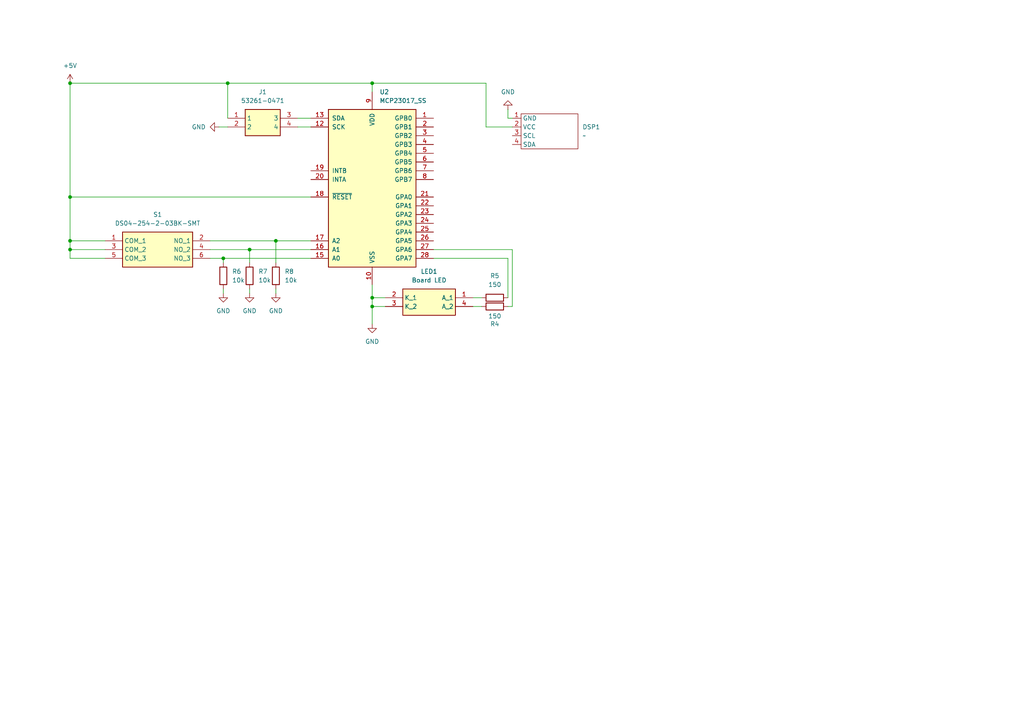
<source format=kicad_sch>
(kicad_sch (version 20250114) (generator "eeschema") (generator_version "9.0")
  (paper "A4")
  (lib_symbols
    (symbol "Device:R" (pin_numbers (hide yes)) (pin_names (offset 0))
      (property "Reference" "R" (at 2.032 0 90))
      (property "Value" "R" (at 0 0 90))
      (symbol "R_0_1"
        (rectangle (start -1.016 -2.54) (end 1.016 2.54) (stroke (width 0.254)))
      )
      (symbol "R_1_1"
        (pin passive line (at 0 3.81 270) (length 1.27) (name "~") (number "1"))
        (pin passive line (at 0 -3.81 90) (length 1.27) (name "~") (number "2"))
      )
    )
    (symbol "GND_1" (power) (pin_numbers (hide yes)) (pin_names (offset 0) (hide yes))
      (property "Value" "GND" (at 0 -3.81 0))
      (symbol "GND_1_0_1"
        (polyline (pts (xy 0 0) (xy 0 -1.27) (xy 1.27 -1.27) (xy 0 -2.54) (xy -1.27 -1.27) (xy 0 -1.27)))
      )
      (symbol "GND_1_1_1"
        (pin power_in line (at 0 0 270) (length 0) (name "~") (number "1"))
      )
    )
    (symbol "Interface_Expansion:MCP23017_SS" (pin_names (offset 1.016))
      (property "Reference" "U" (at -11.43 24.13 0))
      (property "Value" "MCP23017_SS" (at 0 0 0))
      (symbol "MCP23017_SS_0_1"
        (rectangle (start -12.7 22.86) (end 12.7 -22.86) (stroke (width 0.254)) (fill (type background)))
      )
      (symbol "MCP23017_SS_1_1"
        (pin bidirectional line (at -17.78 20.32 0) (length 5.08) (name "SDA") (number "13"))
        (pin input line (at -17.78 17.78 0) (length 5.08) (name "SCK") (number "12"))
        (pin tri_state line (at -17.78 5.08 0) (length 5.08) (name "INTB") (number "19"))
        (pin tri_state line (at -17.78 2.54 0) (length 5.08) (name "INTA") (number "20"))
        (pin input line (at -17.78 -2.54 0) (length 5.08) (name "~{RESET}") (number "18"))
        (pin input line (at -17.78 -15.24 0) (length 5.08) (name "A2") (number "17"))
        (pin input line (at -17.78 -17.78 0) (length 5.08) (name "A1") (number "16"))
        (pin input line (at -17.78 -20.32 0) (length 5.08) (name "A0") (number "15"))
        (pin no_connect line (at -12.7 15.24 0) (length 5.08) (hide yes) (name "NC") (number "11"))
        (pin no_connect line (at -12.7 12.7 0) (length 5.08) (hide yes) (name "NC") (number "14"))
        (pin power_in line (at 0 27.94 270) (length 5.08) (name "VDD") (number "9"))
        (pin power_in line (at 0 -27.94 90) (length 5.08) (name "VSS") (number "10"))
        (pin bidirectional line (at 17.78 20.32 180) (length 5.08) (name "GPB0") (number "1"))
        (pin bidirectional line (at 17.78 17.78 180) (length 5.08) (name "GPB1") (number "2"))
        (pin bidirectional line (at 17.78 15.24 180) (length 5.08) (name "GPB2") (number "3"))
        (pin bidirectional line (at 17.78 12.7 180) (length 5.08) (name "GPB3") (number "4"))
        (pin bidirectional line (at 17.78 10.16 180) (length 5.08) (name "GPB4") (number "5"))
        (pin bidirectional line (at 17.78 7.62 180) (length 5.08) (name "GPB5") (number "6"))
        (pin bidirectional line (at 17.78 5.08 180) (length 5.08) (name "GPB6") (number "7"))
        (pin bidirectional line (at 17.78 2.54 180) (length 5.08) (name "GPB7") (number "8"))
        (pin bidirectional line (at 17.78 -2.54 180) (length 5.08) (name "GPA0") (number "21"))
        (pin bidirectional line (at 17.78 -5.08 180) (length 5.08) (name "GPA1") (number "22"))
        (pin bidirectional line (at 17.78 -7.62 180) (length 5.08) (name "GPA2") (number "23"))
        (pin bidirectional line (at 17.78 -10.16 180) (length 5.08) (name "GPA3") (number "24"))
        (pin bidirectional line (at 17.78 -12.7 180) (length 5.08) (name "GPA4") (number "25"))
        (pin bidirectional line (at 17.78 -15.24 180) (length 5.08) (name "GPA5") (number "26"))
        (pin bidirectional line (at 17.78 -17.78 180) (length 5.08) (name "GPA6") (number "27"))
        (pin bidirectional line (at 17.78 -20.32 180) (length 5.08) (name "GPA7") (number "28"))
      )
    )
    (symbol "Simple Wire Module:53261-0471"
      (property "Reference" "J" (at 16.51 7.62 0))
      (property "Value" "53261-0471" (at 16.51 5.08 0))
      (symbol "53261-0471_1_1"
        (rectangle (start 5.08 2.54) (end 15.24 -5.08) (stroke (width 0.254)) (fill (type background)))
        (pin passive line (at 0 0 0) (length 5.08) (name "1") (number "1"))
        (pin passive line (at 0 -2.54 0) (length 5.08) (name "2") (number "2"))
        (pin passive line (at 20.32 0 180) (length 5.08) (name "3") (number "3"))
        (pin passive line (at 20.32 -2.54 180) (length 5.08) (name "4") (number "4"))
      )
    )
    (symbol "Simple Wire Module:APHBM2012SURKCGKC"
      (property "Reference" "LED" (at 21.59 7.62 0))
      (property "Value" "APHBM2012SURKCGKC" (at 21.59 5.08 0))
      (symbol "APHBM2012SURKCGKC_1_1"
        (rectangle (start 5.08 2.54) (end 20.32 -5.08) (stroke (width 0.254)) (fill (type background)))
        (pin passive line (at 0 0 0) (length 5.08) (name "K_1") (number "2"))
        (pin passive line (at 0 -2.54 0) (length 5.08) (name "K_2") (number "3"))
        (pin passive line (at 25.4 0 180) (length 5.08) (name "A_1") (number "1"))
        (pin passive line (at 25.4 -2.54 180) (length 5.08) (name "A_2") (number "4"))
      )
    )
    (symbol "modules:0.91 oLED DSP"
      (property "Reference" "DSP" (at 12.7 -5.08 0))
      (symbol "0.91 oLED DSP_0_1"
        (rectangle (start 0 0) (end 16.51 -10.16))
      )
      (symbol "0.91 oLED DSP_1_1"
        (pin power_in line (at -2.54 -1.27 0) (length 2.54) (name "GND") (number "1"))
        (pin power_in line (at -2.54 -3.81 0) (length 2.54) (name "VCC") (number "2"))
        (pin bidirectional line (at -2.54 -6.35 0) (length 2.54) (name "SCL") (number "3"))
        (pin bidirectional line (at -2.54 -8.89 0) (length 2.54) (name "SDA") (number "4"))
      )
    )
    (symbol "modules:DS04-254-2-03BK-SMT"
      (property "Reference" "S" (at 26.67 7.62 0))
      (property "Value" "DS04-254-2-03BK-SMT" (at 26.67 5.08 0))
      (symbol "DS04-254-2-03BK-SMT_1_1"
        (rectangle (start 5.08 2.54) (end 25.4 -7.62) (stroke (width 0.254)) (fill (type background)))
        (pin passive line (at 0 0 0) (length 5.08) (name "COM_1") (number "1"))
        (pin passive line (at 0 -2.54 0) (length 5.08) (name "COM_2") (number "3"))
        (pin passive line (at 0 -5.08 0) (length 5.08) (name "COM_3") (number "5"))
        (pin passive line (at 30.48 0 180) (length 5.08) (name "NO_1") (number "2"))
        (pin passive line (at 30.48 -2.54 180) (length 5.08) (name "NO_2") (number "4"))
        (pin passive line (at 30.48 -5.08 180) (length 5.08) (name "NO_3") (number "6"))
      )
    )
    (symbol "power:+5V" (power) (pin_names (offset 0))
      (property "Value" "+5V" (at 0 3.556 0))
      (symbol "+5V_0_1"
        (polyline (pts (xy -0.762 1.27) (xy 0 2.54)))
        (polyline (pts (xy 0 2.54) (xy 0.762 1.27)))
        (polyline (pts (xy 0 0) (xy 0 2.54)))
      )
      (symbol "+5V_1_1"
        (pin power_in line (at 0 0 90) (length 0) (hide yes) (name "+5V") (number "1"))
      )
    )
    (symbol "power:GND" (power) (pin_names (offset 0))
      (property "Value" "GND" (at 0 -3.81 0))
      (symbol "GND_0_1"
        (polyline (pts (xy 0 0) (xy 0 -1.27) (xy 1.27 -1.27) (xy 0 -2.54) (xy -1.27 -1.27) (xy 0 -1.27)))
      )
      (symbol "GND_1_1"
        (pin power_in line (at 0 0 270) (length 0) (hide yes) (name "GND") (number "1"))
      )
    )
  )
  (junction (at 80.01 69.85))
  (junction (at 107.95 24.13))
  (junction (at 66.04 24.13))
  (junction (at 107.95 88.9))
  (junction (at 107.95 86.36))
  (junction (at 20.32 72.39))
  (junction (at 20.32 57.15))
  (junction (at 72.39 72.39))
  (junction (at 64.77 74.93))
  (junction (at 20.32 69.85))
  (junction (at 20.32 24.13))
  (wire (pts (xy 63.5 36.83) (xy 66.04 36.83)))
  (wire (pts (xy 107.95 86.36) (xy 107.95 82.55)))
  (wire (pts (xy 20.32 24.13) (xy 20.32 57.15)))
  (wire (pts (xy 72.39 72.39) (xy 72.39 76.2)))
  (wire (pts (xy 64.77 74.93) (xy 64.77 76.2)))
  (wire (pts (xy 20.32 57.15) (xy 20.32 69.85)))
  (wire (pts (xy 140.97 24.13) (xy 140.97 36.83)))
  (wire (pts (xy 20.32 69.85) (xy 20.32 72.39)))
  (wire (pts (xy 137.16 88.9) (xy 139.7 88.9)))
  (wire (pts (xy 148.59 72.39) (xy 148.59 88.9)))
  (wire (pts (xy 20.32 24.13) (xy 66.04 24.13)))
  (wire (pts (xy 66.04 24.13) (xy 66.04 34.29)))
  (wire (pts (xy 72.39 72.39) (xy 90.17 72.39)))
  (wire (pts (xy 125.73 72.39) (xy 148.59 72.39)))
  (wire (pts (xy 107.95 86.36) (xy 111.76 86.36)))
  (wire (pts (xy 86.36 36.83) (xy 90.17 36.83)))
  (wire (pts (xy 64.77 74.93) (xy 90.17 74.93)))
  (wire (pts (xy 148.59 88.9) (xy 147.32 88.9)))
  (wire (pts (xy 107.95 24.13) (xy 140.97 24.13)))
  (wire (pts (xy 140.97 36.83) (xy 148.59 36.83)))
  (wire (pts (xy 137.16 86.36) (xy 139.7 86.36)))
  (wire (pts (xy 80.01 69.85) (xy 90.17 69.85)))
  (wire (pts (xy 66.04 24.13) (xy 107.95 24.13)))
  (wire (pts (xy 60.96 69.85) (xy 80.01 69.85)))
  (wire (pts (xy 125.73 74.93) (xy 147.32 74.93)))
  (wire (pts (xy 20.32 72.39) (xy 30.48 72.39)))
  (wire (pts (xy 147.32 74.93) (xy 147.32 86.36)))
  (wire (pts (xy 147.32 31.75) (xy 147.32 34.29)))
  (wire (pts (xy 80.01 85.09) (xy 80.01 83.82)))
  (wire (pts (xy 107.95 93.98) (xy 107.95 88.9)))
  (wire (pts (xy 20.32 69.85) (xy 30.48 69.85)))
  (wire (pts (xy 86.36 34.29) (xy 90.17 34.29)))
  (wire (pts (xy 147.32 34.29) (xy 148.59 34.29)))
  (wire (pts (xy 80.01 69.85) (xy 80.01 76.2)))
  (wire (pts (xy 107.95 88.9) (xy 107.95 86.36)))
  (wire (pts (xy 64.77 85.09) (xy 64.77 83.82)))
  (wire (pts (xy 60.96 74.93) (xy 64.77 74.93)))
  (wire (pts (xy 20.32 57.15) (xy 90.17 57.15)))
  (wire (pts (xy 60.96 72.39) (xy 72.39 72.39)))
  (wire (pts (xy 107.95 24.13) (xy 107.95 26.67)))
  (wire (pts (xy 20.32 72.39) (xy 20.32 74.93)))
  (wire (pts (xy 20.32 74.93) (xy 30.48 74.93)))
  (wire (pts (xy 72.39 85.09) (xy 72.39 83.82)))
  (wire (pts (xy 107.95 88.9) (xy 111.76 88.9)))
  (symbol (lib_id "power:GND") (at 64.77 85.09 0) (unit 1)
    (property "Reference" "#PWR015" (effects (hide yes)))
    (property "Value" "GND" (at 64.77 90.17 0))
    (property "Description" "Power symbol creates a global label with name \"GND\" , ground" (effects (hide yes)))
  )
  (symbol (lib_id "power:GND") (at 107.95 93.98 0) (unit 1)
    (property "Reference" "#PWR018" (effects (hide yes)))
    (property "Value" "GND" (at 107.95 99.06 0))
    (property "Description" "Power symbol creates a global label with name \"GND\" , ground" (effects (hide yes)))
  )
  (symbol (lib_id "power:GND") (at 72.39 85.09 0) (unit 1)
    (property "Reference" "#PWR016" (effects (hide yes)))
    (property "Value" "GND" (at 72.39 90.17 0))
    (property "Description" "Power symbol creates a global label with name \"GND\" , ground" (effects (hide yes)))
  )
  (symbol (lib_id "Device:R") (at 72.39 80.01 180) (unit 1)
    (property "Reference" "R7" (at 74.93 78.7399 0) (effects (justify right)))
    (property "Value" "10k" (at 74.93 81.2799 0) (effects (justify right)))
    (property "Footprint" "Resistor_SMD:R_0805_2012Metric_Pad1.20x1.40mm_HandSolder" (effects (hide yes)))
    (property "Description" "Resistor" (effects (hide yes)))
  )
  (symbol (lib_id "Device:R") (at 64.77 80.01 180) (unit 1)
    (property "Reference" "R6" (at 67.31 78.7399 0) (effects (justify right)))
    (property "Value" "10k" (at 67.31 81.2799 0) (effects (justify right)))
    (property "Footprint" "Resistor_SMD:R_0805_2012Metric_Pad1.20x1.40mm_HandSolder" (effects (hide yes)))
    (property "Description" "Resistor" (effects (hide yes)))
  )
  (symbol (lib_id "Device:R") (at 143.51 88.9 90) (unit 1)
    (property "Reference" "R4" (at 143.51 93.98 90))
    (property "Value" "150" (at 143.51 91.694 90))
    (property "Footprint" "Resistor_SMD:R_0805_2012Metric_Pad1.20x1.40mm_HandSolder" (effects (hide yes)))
  )
  (symbol (lib_id "modules:DS04-254-2-03BK-SMT") (at 30.48 69.85 0) (unit 1)
    (property "Reference" "S1" (at 45.72 62.23 0))
    (property "Value" "DS04-254-2-03BK-SMT" (at 45.72 64.77 0))
    (property "Footprint" "modules:DS04254203BKSMT" (effects (hide yes)))
    (property "Datasheet" "https://datasheet.datasheetarchive.com/originals/distributors/Datasheets_SAMA/c6ff744c627a82ac82db8ce1595a468c.pdf" (effects (hide yes)))
    (property "Description" "DIP Switches / SIP Switches DIP Switch, SPST, 2.54 pitch, flat actuator, SMT, 3 position, Black" (effects (hide yes)))
    (property "Height" "4.3" (effects (hide yes)))
    (property "Mouser Part Number" "490-DS04254203BK-SMT" (effects (hide yes)))
    (property "Mouser Price/Stock" "https://www.mouser.co.uk/ProductDetail/CUI-Devices/DS04-254-2-03BK-SMT?qs=wnTfsH77Xs6HyisDGRVjIg%3D%3D" (effects (hide yes)))
    (property "Manufacturer_Name" "CUI Devices" (effects (hide yes)))
    (property "Manufacturer_Part_Number" "DS04-254-2-03BK-SMT" (effects (hide yes)))
  )
  (symbol (lib_id "modules:0.91 oLED DSP") (at 151.13 33.02 0) (unit 1)
    (property "Reference" "DSP1" (at 168.91 36.8299 0) (effects (justify left)))
    (property "Value" "~" (at 168.91 39.3699 0) (effects (justify left)))
    (property "Footprint" "modules:0.91 oLED DSP" (effects (hide yes)))
  )
  (symbol (lib_id "Device:R") (at 80.01 80.01 0) (unit 1)
    (property "Reference" "R8" (at 82.55 78.7399 0) (effects (justify left)))
    (property "Value" "10k" (at 82.55 81.2799 0) (effects (justify left)))
    (property "Footprint" "Resistor_SMD:R_0805_2012Metric_Pad1.20x1.40mm_HandSolder" (effects (hide yes)))
    (property "Description" "Resistor" (effects (hide yes)))
  )
  (symbol (lib_id "power:GND") (at 63.5 36.83 270) (unit 1)
    (property "Reference" "#PWR09" (effects (hide yes)))
    (property "Value" "GND" (at 59.69 36.8299 90) (effects (justify right)))
  )
  (symbol (lib_id "power:+5V") (at 20.32 24.13 0) (unit 1)
    (property "Reference" "#PWR014" (effects (hide yes)))
    (property "Value" "+5V" (at 20.32 19.05 0))
    (property "Description" "Power symbol creates a global label with name \"+5V\"" (effects (hide yes)))
  )
  (symbol (lib_id "Interface_Expansion:MCP23017_SS") (at 107.95 54.61 0) (unit 1)
    (property "Reference" "U2" (at 110.0933 26.67 0) (effects (justify left)))
    (property "Value" "MCP23017_SS" (at 110.0933 29.21 0) (effects (justify left)))
    (property "Footprint" "Package_SO:SSOP-28_5.3x10.2mm_P0.65mm" (effects (hide yes)))
    (property "Datasheet" "https://ww1.microchip.com/downloads/aemDocuments/documents/APID/ProductDocuments/DataSheets/MCP23017-Data-Sheet-DS20001952.pdf" (effects (hide yes)))
    (property "Description" "16-bit I/O expander, I2C, interrupts, w pull-ups, SSOP-28" (effects (hide yes)))
  )
  (symbol (lib_id "Device:R") (at 143.51 86.36 90) (unit 1)
    (property "Reference" "R5" (at 143.51 80.01 90))
    (property "Value" "150" (at 143.51 82.55 90))
    (property "Footprint" "Resistor_SMD:R_0805_2012Metric_Pad1.20x1.40mm_HandSolder" (effects (hide yes)))
  )
  (symbol (lib_id "power:GND") (at 80.01 85.09 0) (unit 1)
    (property "Reference" "#PWR017" (effects (hide yes)))
    (property "Value" "GND" (at 80.01 90.17 0))
    (property "Description" "Power symbol creates a global label with name \"GND\" , ground" (effects (hide yes)))
  )
  (symbol (lib_id "Simple Wire Module:53261-0471") (at 66.04 34.29 0) (unit 1)
    (property "Reference" "J1" (at 76.2 26.67 0))
    (property "Value" "53261-0471" (at 76.2 29.21 0))
    (property "Footprint" "modules:PicoBlade 4pin 53261-0471" (effects (hide yes)))
    (property "Datasheet" "http://www.molex.com/webdocs/datasheets/pdf/en-us//0532610471_PCB_HEADERS.pdf" (effects (hide yes)))
    (property "Mouser Part Number" "538-53261-0471" (effects (hide yes)))
    (property "Mouser Price/Stock" "https://www.mouser.co.uk/ProductDetail/Molex/53261-0471?qs=%252B72YyncTwW9e3et3PwnEMw%3D%3D" (effects (hide yes)))
    (property "Manufacturer_Name" "Molex" (effects (hide yes)))
    (property "Manufacturer_Part_Number" "53261-0471" (effects (hide yes)))
  )
  (symbol (lib_name "GND_1") (lib_id "power:GND") (at 147.32 31.75 180) (unit 1)
    (property "Reference" "#PWR01" (effects (hide yes)))
    (property "Value" "GND" (at 147.32 26.67 0))
    (property "Description" "Power symbol creates a global label with name \"GND\" , ground" (effects (hide yes)))
  )
  (symbol (lib_id "Simple Wire Module:APHBM2012SURKCGKC") (at 111.76 86.36 0) (unit 1)
    (property "Reference" "LED1" (at 124.46 78.74 0))
    (property "Value" "Board LED" (at 124.46 81.28 0))
    (property "Footprint" "modules:LED GreenRed APHBM2012SURKCGKC" (effects (hide yes)))
    (property "Height" "0.45" (effects (hide yes)))
    (property "Mouser Part Number" "604-BM2012SURKCGKC" (effects (hide yes)))
    (property "Mouser Price/Stock" "https://www.mouser.co.uk/ProductDetail/Kingbright/APHBM2012SURKCGKC?qs=mWUXtl%252BhaIKZSpp3TSJ%2FQA%3D%3D" (effects (hide yes)))
    (property "Manufacturer_Name" "Kingbright" (effects (hide yes)))
    (property "Manufacturer_Part_Number" "APHBM2012SURKCGKC" (effects (hide yes)))
  )
)
</source>
